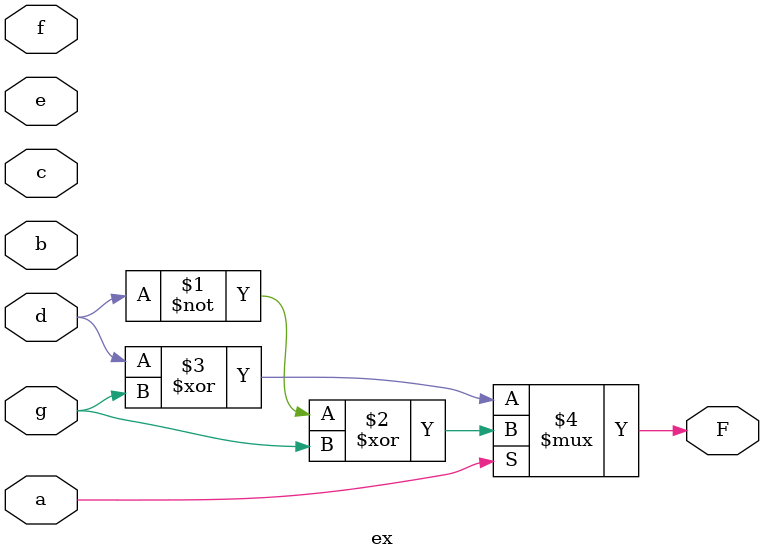
<source format=v>

module ex ( 
    a, b, c, d, e, f, g,
    F  );
  input  a, b, c, d, e, f, g;
  output F;
  assign F = a ? (~d ^ g) : (d ^ g);
endmodule



</source>
